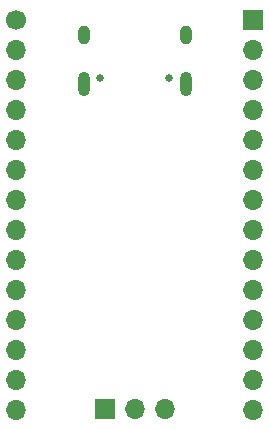
<source format=gbr>
%TF.GenerationSoftware,KiCad,Pcbnew,8.0.0*%
%TF.CreationDate,2024-02-27T23:55:06+02:00*%
%TF.ProjectId,my-rp2040,6d792d72-7032-4303-9430-2e6b69636164,rev?*%
%TF.SameCoordinates,PX555a960PY4fdec70*%
%TF.FileFunction,Soldermask,Bot*%
%TF.FilePolarity,Negative*%
%FSLAX46Y46*%
G04 Gerber Fmt 4.6, Leading zero omitted, Abs format (unit mm)*
G04 Created by KiCad (PCBNEW 8.0.0) date 2024-02-27 23:55:06*
%MOMM*%
%LPD*%
G01*
G04 APERTURE LIST*
%ADD10R,1.700000X1.700000*%
%ADD11O,1.700000X1.700000*%
%ADD12C,1.700000*%
%ADD13C,0.650000*%
%ADD14O,1.000000X2.100000*%
%ADD15O,1.000000X1.600000*%
G04 APERTURE END LIST*
D10*
%TO.C,J4*%
X9475000Y1910000D03*
D11*
X12015000Y1910000D03*
X14555000Y1910000D03*
%TD*%
D12*
%TO.C,J2*%
X2000000Y34910000D03*
D11*
X2000000Y32370000D03*
X2000000Y29830000D03*
X2000000Y27290000D03*
X2000000Y24750000D03*
X2000000Y22210000D03*
X2000000Y19670000D03*
X2000000Y17130000D03*
X2000000Y14590000D03*
X2000000Y12050000D03*
X2000000Y9510000D03*
X2000000Y6970000D03*
X2000000Y4430000D03*
X2000000Y1890000D03*
%TD*%
D10*
%TO.C,J3*%
X22000000Y34910000D03*
D11*
X22000000Y32370000D03*
X22000000Y29830000D03*
X22000000Y27290000D03*
X22000000Y24750000D03*
X22000000Y22210000D03*
X22000000Y19670000D03*
X22000000Y17130000D03*
X22000000Y14590000D03*
X22000000Y12050000D03*
X22000000Y9510000D03*
X22000000Y6970000D03*
X22000000Y4430000D03*
X22000000Y1890000D03*
%TD*%
D13*
%TO.C,J1*%
X14890000Y29960000D03*
X9110000Y29960000D03*
D14*
X16320000Y29430000D03*
D15*
X16320000Y33610000D03*
D14*
X7680000Y29430000D03*
D15*
X7680000Y33610000D03*
%TD*%
M02*

</source>
